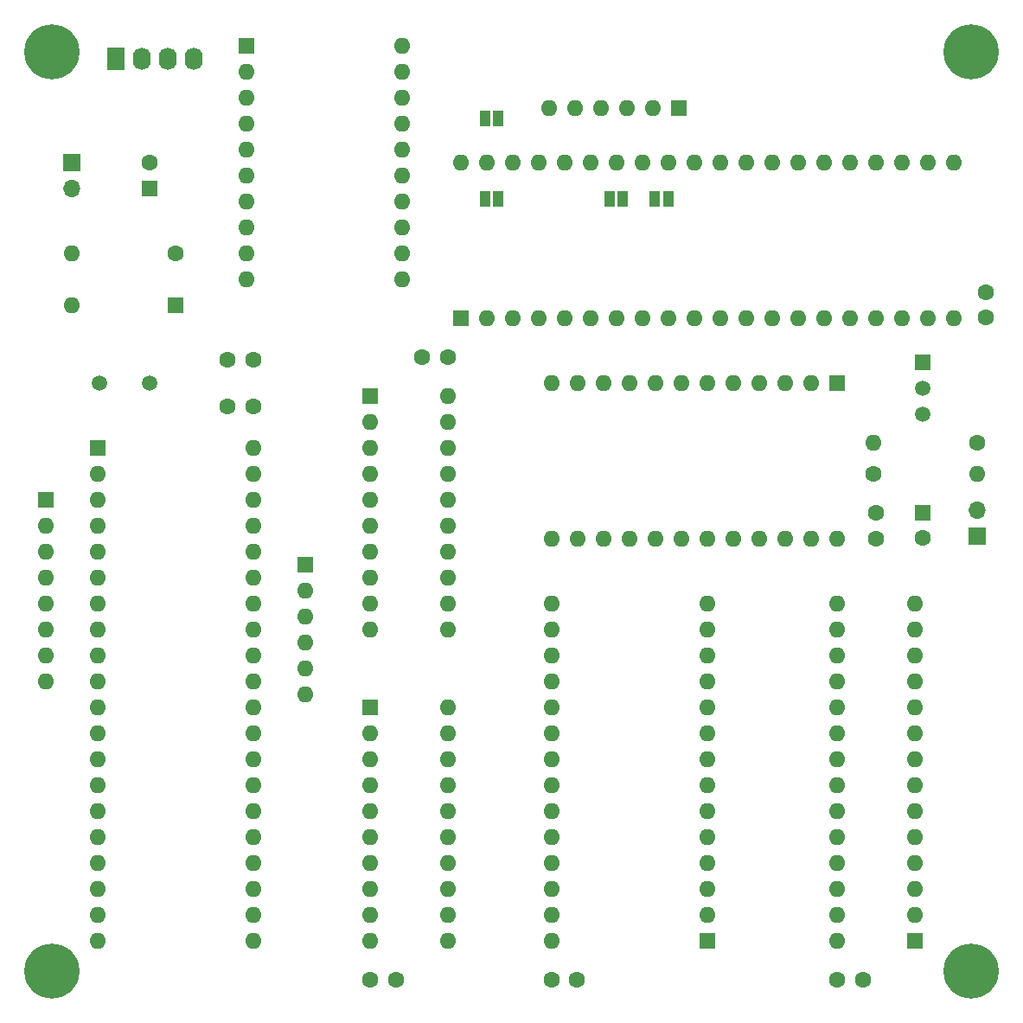
<source format=gbr>
G04 #@! TF.GenerationSoftware,KiCad,Pcbnew,(5.0.0)*
G04 #@! TF.CreationDate,2018-09-18T13:10:02-04:00*
G04 #@! TF.ProjectId,CPU8085,435055383038352E6B696361645F7063,A*
G04 #@! TF.SameCoordinates,Original*
G04 #@! TF.FileFunction,Soldermask,Bot*
G04 #@! TF.FilePolarity,Negative*
%FSLAX46Y46*%
G04 Gerber Fmt 4.6, Leading zero omitted, Abs format (unit mm)*
G04 Created by KiCad (PCBNEW (5.0.0)) date 09/18/18 13:10:02*
%MOMM*%
%LPD*%
G01*
G04 APERTURE LIST*
%ADD10R,1.600000X1.600000*%
%ADD11O,1.600000X1.600000*%
%ADD12C,1.600000*%
%ADD13R,1.000000X1.500000*%
%ADD14O,1.740000X2.200000*%
%ADD15R,1.740000X2.200000*%
%ADD16R,1.500000X1.500000*%
%ADD17C,1.500000*%
%ADD18O,1.700000X1.700000*%
%ADD19R,1.700000X1.700000*%
%ADD20C,5.400000*%
G04 APERTURE END LIST*
D10*
G04 #@! TO.C,D1*
X52070000Y-64770000D03*
D11*
X41910000Y-64770000D03*
G04 #@! TD*
D12*
G04 #@! TO.C,R1*
X52070000Y-59690000D03*
D11*
X41910000Y-59690000D03*
G04 #@! TD*
G04 #@! TO.C,R2*
X120396000Y-78232000D03*
D12*
X130556000Y-78232000D03*
G04 #@! TD*
G04 #@! TO.C,R3*
X120396000Y-81280000D03*
D11*
X130556000Y-81280000D03*
G04 #@! TD*
D13*
G04 #@! TO.C,JP1*
X95900000Y-54356000D03*
X94600000Y-54356000D03*
G04 #@! TD*
G04 #@! TO.C,JP4*
X82408000Y-46482000D03*
X83708000Y-46482000D03*
G04 #@! TD*
G04 #@! TO.C,JP2*
X100330000Y-54356000D03*
X99030000Y-54356000D03*
G04 #@! TD*
G04 #@! TO.C,JP3*
X82408000Y-54356000D03*
X83708000Y-54356000D03*
G04 #@! TD*
D11*
G04 #@! TO.C,U5*
X74295000Y-59690000D03*
X74295000Y-62230000D03*
X59055000Y-62230000D03*
X59055000Y-59690000D03*
X74295000Y-39370000D03*
X59055000Y-57150000D03*
X74295000Y-41910000D03*
X59055000Y-54610000D03*
X74295000Y-44450000D03*
X59055000Y-52070000D03*
X74295000Y-46990000D03*
X59055000Y-49530000D03*
X74295000Y-49530000D03*
X59055000Y-46990000D03*
X74295000Y-52070000D03*
X59055000Y-44450000D03*
X74295000Y-54610000D03*
X59055000Y-41910000D03*
X74295000Y-57150000D03*
D10*
X59055000Y-39370000D03*
G04 #@! TD*
G04 #@! TO.C,RN3*
X101346000Y-45466000D03*
D11*
X98806000Y-45466000D03*
X96266000Y-45466000D03*
X93726000Y-45466000D03*
X91186000Y-45466000D03*
X88646000Y-45466000D03*
G04 #@! TD*
D14*
G04 #@! TO.C,J1*
X53848000Y-40640000D03*
X51308000Y-40640000D03*
X48768000Y-40640000D03*
D15*
X46228000Y-40640000D03*
G04 #@! TD*
D16*
G04 #@! TO.C,Q1*
X125222000Y-70358000D03*
D17*
X125222000Y-75438000D03*
X125222000Y-72898000D03*
G04 #@! TD*
D12*
G04 #@! TO.C,C10*
X125222000Y-87590000D03*
D10*
X125222000Y-85090000D03*
G04 #@! TD*
D18*
G04 #@! TO.C,J2*
X130556000Y-84836000D03*
D19*
X130556000Y-87376000D03*
G04 #@! TD*
D11*
G04 #@! TO.C,U6*
X116840000Y-87630000D03*
X88900000Y-72390000D03*
X114300000Y-87630000D03*
X91440000Y-72390000D03*
X111760000Y-87630000D03*
X93980000Y-72390000D03*
X109220000Y-87630000D03*
X96520000Y-72390000D03*
X106680000Y-87630000D03*
X99060000Y-72390000D03*
X104140000Y-87630000D03*
X101600000Y-72390000D03*
X101600000Y-87630000D03*
X104140000Y-72390000D03*
X99060000Y-87630000D03*
X106680000Y-72390000D03*
X96520000Y-87630000D03*
X109220000Y-72390000D03*
X93980000Y-87630000D03*
X111760000Y-72390000D03*
X91440000Y-87630000D03*
X114300000Y-72390000D03*
X88900000Y-87630000D03*
D10*
X116840000Y-72390000D03*
G04 #@! TD*
D11*
G04 #@! TO.C,U4*
X80010000Y-50800000D03*
X128270000Y-66040000D03*
X82550000Y-50800000D03*
X125730000Y-66040000D03*
X85090000Y-50800000D03*
X123190000Y-66040000D03*
X87630000Y-50800000D03*
X120650000Y-66040000D03*
X90170000Y-50800000D03*
X118110000Y-66040000D03*
X92710000Y-50800000D03*
X115570000Y-66040000D03*
X95250000Y-50800000D03*
X113030000Y-66040000D03*
X97790000Y-50800000D03*
X110490000Y-66040000D03*
X100330000Y-50800000D03*
X107950000Y-66040000D03*
X102870000Y-50800000D03*
X105410000Y-66040000D03*
X105410000Y-50800000D03*
X102870000Y-66040000D03*
X107950000Y-50800000D03*
X100330000Y-66040000D03*
X110490000Y-50800000D03*
X97790000Y-66040000D03*
X113030000Y-50800000D03*
X95250000Y-66040000D03*
X115570000Y-50800000D03*
X92710000Y-66040000D03*
X118110000Y-50800000D03*
X90170000Y-66040000D03*
X120650000Y-50800000D03*
X87630000Y-66040000D03*
X123190000Y-50800000D03*
X85090000Y-66040000D03*
X125730000Y-50800000D03*
X82550000Y-66040000D03*
X128270000Y-50800000D03*
D10*
X80010000Y-66040000D03*
G04 #@! TD*
D11*
G04 #@! TO.C,U7*
X59690000Y-78740000D03*
X44450000Y-127000000D03*
X59690000Y-81280000D03*
X44450000Y-124460000D03*
X59690000Y-83820000D03*
X44450000Y-121920000D03*
X59690000Y-86360000D03*
X44450000Y-119380000D03*
X59690000Y-88900000D03*
X44450000Y-116840000D03*
X59690000Y-91440000D03*
X44450000Y-114300000D03*
X59690000Y-93980000D03*
X44450000Y-111760000D03*
X59690000Y-96520000D03*
X44450000Y-109220000D03*
X59690000Y-99060000D03*
X44450000Y-106680000D03*
X59690000Y-101600000D03*
X44450000Y-104140000D03*
X59690000Y-104140000D03*
X44450000Y-101600000D03*
X59690000Y-106680000D03*
X44450000Y-99060000D03*
X59690000Y-109220000D03*
X44450000Y-96520000D03*
X59690000Y-111760000D03*
X44450000Y-93980000D03*
X59690000Y-114300000D03*
X44450000Y-91440000D03*
X59690000Y-116840000D03*
X44450000Y-88900000D03*
X59690000Y-119380000D03*
X44450000Y-86360000D03*
X59690000Y-121920000D03*
X44450000Y-83820000D03*
X59690000Y-124460000D03*
X44450000Y-81280000D03*
X59690000Y-127000000D03*
D10*
X44450000Y-78740000D03*
G04 #@! TD*
D11*
G04 #@! TO.C,U2*
X88900000Y-127000000D03*
X104140000Y-93980000D03*
X88900000Y-124460000D03*
X104140000Y-96520000D03*
X88900000Y-121920000D03*
X104140000Y-99060000D03*
X88900000Y-119380000D03*
X104140000Y-101600000D03*
X88900000Y-116840000D03*
X104140000Y-104140000D03*
X88900000Y-114300000D03*
X104140000Y-106680000D03*
X88900000Y-111760000D03*
X104140000Y-109220000D03*
X88900000Y-109220000D03*
X104140000Y-111760000D03*
X88900000Y-106680000D03*
X104140000Y-114300000D03*
X88900000Y-104140000D03*
X104140000Y-116840000D03*
X88900000Y-101600000D03*
X104140000Y-119380000D03*
X88900000Y-99060000D03*
X104140000Y-121920000D03*
X88900000Y-96520000D03*
X104140000Y-124460000D03*
X88900000Y-93980000D03*
D10*
X104140000Y-127000000D03*
G04 #@! TD*
D20*
G04 #@! TO.C,MH4*
X130000000Y-130000000D03*
G04 #@! TD*
G04 #@! TO.C,MH3*
X40000000Y-130000000D03*
G04 #@! TD*
G04 #@! TO.C,MH2*
X130000000Y-40000000D03*
G04 #@! TD*
G04 #@! TO.C,MH1*
X40000000Y-40000000D03*
G04 #@! TD*
D12*
G04 #@! TO.C,C8*
X49530000Y-50840000D03*
D10*
X49530000Y-53340000D03*
G04 #@! TD*
D12*
G04 #@! TO.C,C9*
X57190000Y-70104000D03*
X59690000Y-70104000D03*
G04 #@! TD*
G04 #@! TO.C,C1*
X131445000Y-66000000D03*
X131445000Y-63500000D03*
G04 #@! TD*
G04 #@! TO.C,C2*
X91400000Y-130810000D03*
X88900000Y-130810000D03*
G04 #@! TD*
G04 #@! TO.C,C3*
X119380000Y-130810000D03*
X116880000Y-130810000D03*
G04 #@! TD*
G04 #@! TO.C,C4*
X76240000Y-69850000D03*
X78740000Y-69850000D03*
G04 #@! TD*
G04 #@! TO.C,C5*
X71160000Y-130810000D03*
X73660000Y-130810000D03*
G04 #@! TD*
G04 #@! TO.C,C6*
X120650000Y-85130000D03*
X120650000Y-87630000D03*
G04 #@! TD*
D11*
G04 #@! TO.C,U1*
X78740000Y-73660000D03*
X71120000Y-96520000D03*
X78740000Y-76200000D03*
X71120000Y-93980000D03*
X78740000Y-78740000D03*
X71120000Y-91440000D03*
X78740000Y-81280000D03*
X71120000Y-88900000D03*
X78740000Y-83820000D03*
X71120000Y-86360000D03*
X78740000Y-86360000D03*
X71120000Y-83820000D03*
X78740000Y-88900000D03*
X71120000Y-81280000D03*
X78740000Y-91440000D03*
X71120000Y-78740000D03*
X78740000Y-93980000D03*
X71120000Y-76200000D03*
X78740000Y-96520000D03*
D10*
X71120000Y-73660000D03*
G04 #@! TD*
D11*
G04 #@! TO.C,U8*
X78740000Y-104140000D03*
X71120000Y-127000000D03*
X78740000Y-106680000D03*
X71120000Y-124460000D03*
X78740000Y-109220000D03*
X71120000Y-121920000D03*
X78740000Y-111760000D03*
X71120000Y-119380000D03*
X78740000Y-114300000D03*
X71120000Y-116840000D03*
X78740000Y-116840000D03*
X71120000Y-114300000D03*
X78740000Y-119380000D03*
X71120000Y-111760000D03*
X78740000Y-121920000D03*
X71120000Y-109220000D03*
X78740000Y-124460000D03*
X71120000Y-106680000D03*
X78740000Y-127000000D03*
D10*
X71120000Y-104140000D03*
G04 #@! TD*
D11*
G04 #@! TO.C,U3*
X116840000Y-127000000D03*
X124460000Y-93980000D03*
X116840000Y-124460000D03*
X124460000Y-96520000D03*
X116840000Y-121920000D03*
X124460000Y-99060000D03*
X116840000Y-119380000D03*
X124460000Y-101600000D03*
X116840000Y-116840000D03*
X124460000Y-104140000D03*
X116840000Y-114300000D03*
X124460000Y-106680000D03*
X116840000Y-111760000D03*
X124460000Y-109220000D03*
X116840000Y-109220000D03*
X124460000Y-111760000D03*
X116840000Y-106680000D03*
X124460000Y-114300000D03*
X116840000Y-104140000D03*
X124460000Y-116840000D03*
X116840000Y-101600000D03*
X124460000Y-119380000D03*
X116840000Y-99060000D03*
X124460000Y-121920000D03*
X116840000Y-96520000D03*
X124460000Y-124460000D03*
X116840000Y-93980000D03*
D10*
X124460000Y-127000000D03*
G04 #@! TD*
D11*
G04 #@! TO.C,RN2*
X64770000Y-102870000D03*
X64770000Y-100330000D03*
X64770000Y-97790000D03*
X64770000Y-95250000D03*
X64770000Y-92710000D03*
D10*
X64770000Y-90170000D03*
G04 #@! TD*
D11*
G04 #@! TO.C,RN1*
X39370000Y-101600000D03*
X39370000Y-99060000D03*
X39370000Y-96520000D03*
X39370000Y-93980000D03*
X39370000Y-91440000D03*
X39370000Y-88900000D03*
X39370000Y-86360000D03*
D10*
X39370000Y-83820000D03*
G04 #@! TD*
D12*
G04 #@! TO.C,C7*
X57190000Y-74676000D03*
X59690000Y-74676000D03*
G04 #@! TD*
D17*
G04 #@! TO.C,Y1*
X44650000Y-72390000D03*
X49530000Y-72390000D03*
G04 #@! TD*
D18*
G04 #@! TO.C,SW1*
X41910000Y-53340000D03*
D19*
X41910000Y-50800000D03*
G04 #@! TD*
M02*

</source>
